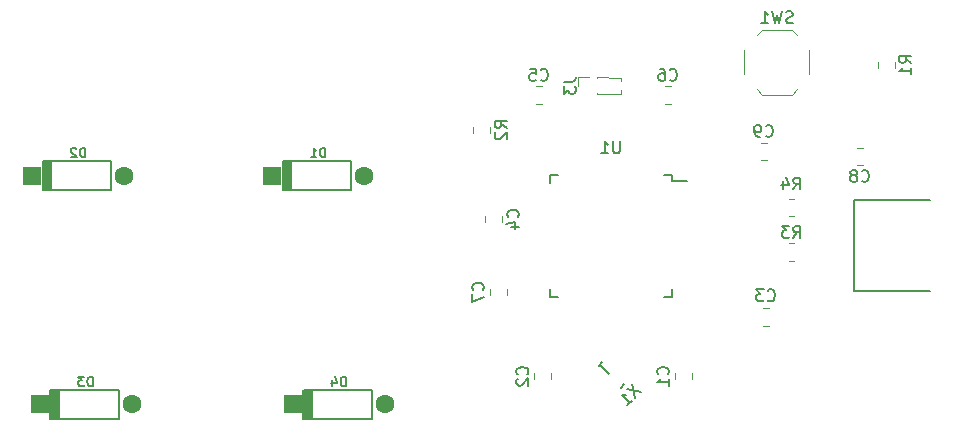
<source format=gbr>
%TF.GenerationSoftware,KiCad,Pcbnew,7.0.1*%
%TF.CreationDate,2023-04-28T17:46:53+02:00*%
%TF.ProjectId,4_switch_pcb,345f7377-6974-4636-985f-7063622e6b69,rev?*%
%TF.SameCoordinates,Original*%
%TF.FileFunction,Legend,Bot*%
%TF.FilePolarity,Positive*%
%FSLAX46Y46*%
G04 Gerber Fmt 4.6, Leading zero omitted, Abs format (unit mm)*
G04 Created by KiCad (PCBNEW 7.0.1) date 2023-04-28 17:46:53*
%MOMM*%
%LPD*%
G01*
G04 APERTURE LIST*
%ADD10C,0.150000*%
%ADD11C,0.200000*%
%ADD12C,0.120000*%
%ADD13R,1.600000X1.600000*%
%ADD14C,1.600000*%
G04 APERTURE END LIST*
D10*
%TO.C,D3*%
X118077975Y-88932595D02*
X118077975Y-88132595D01*
X118077975Y-88132595D02*
X117887499Y-88132595D01*
X117887499Y-88132595D02*
X117773213Y-88170690D01*
X117773213Y-88170690D02*
X117697023Y-88246880D01*
X117697023Y-88246880D02*
X117658928Y-88323071D01*
X117658928Y-88323071D02*
X117620832Y-88475452D01*
X117620832Y-88475452D02*
X117620832Y-88589738D01*
X117620832Y-88589738D02*
X117658928Y-88742119D01*
X117658928Y-88742119D02*
X117697023Y-88818309D01*
X117697023Y-88818309D02*
X117773213Y-88894500D01*
X117773213Y-88894500D02*
X117887499Y-88932595D01*
X117887499Y-88932595D02*
X118077975Y-88932595D01*
X117354166Y-88132595D02*
X116858928Y-88132595D01*
X116858928Y-88132595D02*
X117125594Y-88437357D01*
X117125594Y-88437357D02*
X117011309Y-88437357D01*
X117011309Y-88437357D02*
X116935118Y-88475452D01*
X116935118Y-88475452D02*
X116897023Y-88513547D01*
X116897023Y-88513547D02*
X116858928Y-88589738D01*
X116858928Y-88589738D02*
X116858928Y-88780214D01*
X116858928Y-88780214D02*
X116897023Y-88856404D01*
X116897023Y-88856404D02*
X116935118Y-88894500D01*
X116935118Y-88894500D02*
X117011309Y-88932595D01*
X117011309Y-88932595D02*
X117239880Y-88932595D01*
X117239880Y-88932595D02*
X117316071Y-88894500D01*
X117316071Y-88894500D02*
X117354166Y-88856404D01*
%TO.C,D2*%
X117430475Y-69565095D02*
X117430475Y-68765095D01*
X117430475Y-68765095D02*
X117239999Y-68765095D01*
X117239999Y-68765095D02*
X117125713Y-68803190D01*
X117125713Y-68803190D02*
X117049523Y-68879380D01*
X117049523Y-68879380D02*
X117011428Y-68955571D01*
X117011428Y-68955571D02*
X116973332Y-69107952D01*
X116973332Y-69107952D02*
X116973332Y-69222238D01*
X116973332Y-69222238D02*
X117011428Y-69374619D01*
X117011428Y-69374619D02*
X117049523Y-69450809D01*
X117049523Y-69450809D02*
X117125713Y-69527000D01*
X117125713Y-69527000D02*
X117239999Y-69565095D01*
X117239999Y-69565095D02*
X117430475Y-69565095D01*
X116668571Y-68841285D02*
X116630475Y-68803190D01*
X116630475Y-68803190D02*
X116554285Y-68765095D01*
X116554285Y-68765095D02*
X116363809Y-68765095D01*
X116363809Y-68765095D02*
X116287618Y-68803190D01*
X116287618Y-68803190D02*
X116249523Y-68841285D01*
X116249523Y-68841285D02*
X116211428Y-68917476D01*
X116211428Y-68917476D02*
X116211428Y-68993666D01*
X116211428Y-68993666D02*
X116249523Y-69107952D01*
X116249523Y-69107952D02*
X116706666Y-69565095D01*
X116706666Y-69565095D02*
X116211428Y-69565095D01*
%TO.C,R2*%
X153112619Y-67083333D02*
X152636428Y-66750000D01*
X153112619Y-66511905D02*
X152112619Y-66511905D01*
X152112619Y-66511905D02*
X152112619Y-66892857D01*
X152112619Y-66892857D02*
X152160238Y-66988095D01*
X152160238Y-66988095D02*
X152207857Y-67035714D01*
X152207857Y-67035714D02*
X152303095Y-67083333D01*
X152303095Y-67083333D02*
X152445952Y-67083333D01*
X152445952Y-67083333D02*
X152541190Y-67035714D01*
X152541190Y-67035714D02*
X152588809Y-66988095D01*
X152588809Y-66988095D02*
X152636428Y-66892857D01*
X152636428Y-66892857D02*
X152636428Y-66511905D01*
X152207857Y-67464286D02*
X152160238Y-67511905D01*
X152160238Y-67511905D02*
X152112619Y-67607143D01*
X152112619Y-67607143D02*
X152112619Y-67845238D01*
X152112619Y-67845238D02*
X152160238Y-67940476D01*
X152160238Y-67940476D02*
X152207857Y-67988095D01*
X152207857Y-67988095D02*
X152303095Y-68035714D01*
X152303095Y-68035714D02*
X152398333Y-68035714D01*
X152398333Y-68035714D02*
X152541190Y-67988095D01*
X152541190Y-67988095D02*
X153112619Y-67416667D01*
X153112619Y-67416667D02*
X153112619Y-68035714D01*
%TO.C,C8*%
X183166666Y-71547380D02*
X183214285Y-71595000D01*
X183214285Y-71595000D02*
X183357142Y-71642619D01*
X183357142Y-71642619D02*
X183452380Y-71642619D01*
X183452380Y-71642619D02*
X183595237Y-71595000D01*
X183595237Y-71595000D02*
X183690475Y-71499761D01*
X183690475Y-71499761D02*
X183738094Y-71404523D01*
X183738094Y-71404523D02*
X183785713Y-71214047D01*
X183785713Y-71214047D02*
X183785713Y-71071190D01*
X183785713Y-71071190D02*
X183738094Y-70880714D01*
X183738094Y-70880714D02*
X183690475Y-70785476D01*
X183690475Y-70785476D02*
X183595237Y-70690238D01*
X183595237Y-70690238D02*
X183452380Y-70642619D01*
X183452380Y-70642619D02*
X183357142Y-70642619D01*
X183357142Y-70642619D02*
X183214285Y-70690238D01*
X183214285Y-70690238D02*
X183166666Y-70737857D01*
X182595237Y-71071190D02*
X182690475Y-71023571D01*
X182690475Y-71023571D02*
X182738094Y-70975952D01*
X182738094Y-70975952D02*
X182785713Y-70880714D01*
X182785713Y-70880714D02*
X182785713Y-70833095D01*
X182785713Y-70833095D02*
X182738094Y-70737857D01*
X182738094Y-70737857D02*
X182690475Y-70690238D01*
X182690475Y-70690238D02*
X182595237Y-70642619D01*
X182595237Y-70642619D02*
X182404761Y-70642619D01*
X182404761Y-70642619D02*
X182309523Y-70690238D01*
X182309523Y-70690238D02*
X182261904Y-70737857D01*
X182261904Y-70737857D02*
X182214285Y-70833095D01*
X182214285Y-70833095D02*
X182214285Y-70880714D01*
X182214285Y-70880714D02*
X182261904Y-70975952D01*
X182261904Y-70975952D02*
X182309523Y-71023571D01*
X182309523Y-71023571D02*
X182404761Y-71071190D01*
X182404761Y-71071190D02*
X182595237Y-71071190D01*
X182595237Y-71071190D02*
X182690475Y-71118809D01*
X182690475Y-71118809D02*
X182738094Y-71166428D01*
X182738094Y-71166428D02*
X182785713Y-71261666D01*
X182785713Y-71261666D02*
X182785713Y-71452142D01*
X182785713Y-71452142D02*
X182738094Y-71547380D01*
X182738094Y-71547380D02*
X182690475Y-71595000D01*
X182690475Y-71595000D02*
X182595237Y-71642619D01*
X182595237Y-71642619D02*
X182404761Y-71642619D01*
X182404761Y-71642619D02*
X182309523Y-71595000D01*
X182309523Y-71595000D02*
X182261904Y-71547380D01*
X182261904Y-71547380D02*
X182214285Y-71452142D01*
X182214285Y-71452142D02*
X182214285Y-71261666D01*
X182214285Y-71261666D02*
X182261904Y-71166428D01*
X182261904Y-71166428D02*
X182309523Y-71118809D01*
X182309523Y-71118809D02*
X182404761Y-71071190D01*
%TO.C,C9*%
X175035416Y-67743630D02*
X175083035Y-67791250D01*
X175083035Y-67791250D02*
X175225892Y-67838869D01*
X175225892Y-67838869D02*
X175321130Y-67838869D01*
X175321130Y-67838869D02*
X175463987Y-67791250D01*
X175463987Y-67791250D02*
X175559225Y-67696011D01*
X175559225Y-67696011D02*
X175606844Y-67600773D01*
X175606844Y-67600773D02*
X175654463Y-67410297D01*
X175654463Y-67410297D02*
X175654463Y-67267440D01*
X175654463Y-67267440D02*
X175606844Y-67076964D01*
X175606844Y-67076964D02*
X175559225Y-66981726D01*
X175559225Y-66981726D02*
X175463987Y-66886488D01*
X175463987Y-66886488D02*
X175321130Y-66838869D01*
X175321130Y-66838869D02*
X175225892Y-66838869D01*
X175225892Y-66838869D02*
X175083035Y-66886488D01*
X175083035Y-66886488D02*
X175035416Y-66934107D01*
X174559225Y-67838869D02*
X174368749Y-67838869D01*
X174368749Y-67838869D02*
X174273511Y-67791250D01*
X174273511Y-67791250D02*
X174225892Y-67743630D01*
X174225892Y-67743630D02*
X174130654Y-67600773D01*
X174130654Y-67600773D02*
X174083035Y-67410297D01*
X174083035Y-67410297D02*
X174083035Y-67029345D01*
X174083035Y-67029345D02*
X174130654Y-66934107D01*
X174130654Y-66934107D02*
X174178273Y-66886488D01*
X174178273Y-66886488D02*
X174273511Y-66838869D01*
X174273511Y-66838869D02*
X174463987Y-66838869D01*
X174463987Y-66838869D02*
X174559225Y-66886488D01*
X174559225Y-66886488D02*
X174606844Y-66934107D01*
X174606844Y-66934107D02*
X174654463Y-67029345D01*
X174654463Y-67029345D02*
X174654463Y-67267440D01*
X174654463Y-67267440D02*
X174606844Y-67362678D01*
X174606844Y-67362678D02*
X174559225Y-67410297D01*
X174559225Y-67410297D02*
X174463987Y-67457916D01*
X174463987Y-67457916D02*
X174273511Y-67457916D01*
X174273511Y-67457916D02*
X174178273Y-67410297D01*
X174178273Y-67410297D02*
X174130654Y-67362678D01*
X174130654Y-67362678D02*
X174083035Y-67267440D01*
%TO.C,X1*%
X163748069Y-88744650D02*
X163983771Y-89923161D01*
X163276664Y-89216054D02*
X164455175Y-89451757D01*
X163344008Y-90562925D02*
X163748069Y-90158864D01*
X163546038Y-90360894D02*
X162838931Y-89653787D01*
X162838931Y-89653787D02*
X163007290Y-89687459D01*
X163007290Y-89687459D02*
X163141977Y-89687459D01*
X163141977Y-89687459D02*
X163242992Y-89653787D01*
%TO.C,U1*%
X162686904Y-68212619D02*
X162686904Y-69022142D01*
X162686904Y-69022142D02*
X162639285Y-69117380D01*
X162639285Y-69117380D02*
X162591666Y-69165000D01*
X162591666Y-69165000D02*
X162496428Y-69212619D01*
X162496428Y-69212619D02*
X162305952Y-69212619D01*
X162305952Y-69212619D02*
X162210714Y-69165000D01*
X162210714Y-69165000D02*
X162163095Y-69117380D01*
X162163095Y-69117380D02*
X162115476Y-69022142D01*
X162115476Y-69022142D02*
X162115476Y-68212619D01*
X161115476Y-69212619D02*
X161686904Y-69212619D01*
X161401190Y-69212619D02*
X161401190Y-68212619D01*
X161401190Y-68212619D02*
X161496428Y-68355476D01*
X161496428Y-68355476D02*
X161591666Y-68450714D01*
X161591666Y-68450714D02*
X161686904Y-68498333D01*
%TO.C,C6*%
X166916666Y-62981130D02*
X166964285Y-63028750D01*
X166964285Y-63028750D02*
X167107142Y-63076369D01*
X167107142Y-63076369D02*
X167202380Y-63076369D01*
X167202380Y-63076369D02*
X167345237Y-63028750D01*
X167345237Y-63028750D02*
X167440475Y-62933511D01*
X167440475Y-62933511D02*
X167488094Y-62838273D01*
X167488094Y-62838273D02*
X167535713Y-62647797D01*
X167535713Y-62647797D02*
X167535713Y-62504940D01*
X167535713Y-62504940D02*
X167488094Y-62314464D01*
X167488094Y-62314464D02*
X167440475Y-62219226D01*
X167440475Y-62219226D02*
X167345237Y-62123988D01*
X167345237Y-62123988D02*
X167202380Y-62076369D01*
X167202380Y-62076369D02*
X167107142Y-62076369D01*
X167107142Y-62076369D02*
X166964285Y-62123988D01*
X166964285Y-62123988D02*
X166916666Y-62171607D01*
X166059523Y-62076369D02*
X166249999Y-62076369D01*
X166249999Y-62076369D02*
X166345237Y-62123988D01*
X166345237Y-62123988D02*
X166392856Y-62171607D01*
X166392856Y-62171607D02*
X166488094Y-62314464D01*
X166488094Y-62314464D02*
X166535713Y-62504940D01*
X166535713Y-62504940D02*
X166535713Y-62885892D01*
X166535713Y-62885892D02*
X166488094Y-62981130D01*
X166488094Y-62981130D02*
X166440475Y-63028750D01*
X166440475Y-63028750D02*
X166345237Y-63076369D01*
X166345237Y-63076369D02*
X166154761Y-63076369D01*
X166154761Y-63076369D02*
X166059523Y-63028750D01*
X166059523Y-63028750D02*
X166011904Y-62981130D01*
X166011904Y-62981130D02*
X165964285Y-62885892D01*
X165964285Y-62885892D02*
X165964285Y-62647797D01*
X165964285Y-62647797D02*
X166011904Y-62552559D01*
X166011904Y-62552559D02*
X166059523Y-62504940D01*
X166059523Y-62504940D02*
X166154761Y-62457321D01*
X166154761Y-62457321D02*
X166345237Y-62457321D01*
X166345237Y-62457321D02*
X166440475Y-62504940D01*
X166440475Y-62504940D02*
X166488094Y-62552559D01*
X166488094Y-62552559D02*
X166535713Y-62647797D01*
%TO.C,C1*%
X166756130Y-87939583D02*
X166803750Y-87891964D01*
X166803750Y-87891964D02*
X166851369Y-87749107D01*
X166851369Y-87749107D02*
X166851369Y-87653869D01*
X166851369Y-87653869D02*
X166803750Y-87511012D01*
X166803750Y-87511012D02*
X166708511Y-87415774D01*
X166708511Y-87415774D02*
X166613273Y-87368155D01*
X166613273Y-87368155D02*
X166422797Y-87320536D01*
X166422797Y-87320536D02*
X166279940Y-87320536D01*
X166279940Y-87320536D02*
X166089464Y-87368155D01*
X166089464Y-87368155D02*
X165994226Y-87415774D01*
X165994226Y-87415774D02*
X165898988Y-87511012D01*
X165898988Y-87511012D02*
X165851369Y-87653869D01*
X165851369Y-87653869D02*
X165851369Y-87749107D01*
X165851369Y-87749107D02*
X165898988Y-87891964D01*
X165898988Y-87891964D02*
X165946607Y-87939583D01*
X166851369Y-88891964D02*
X166851369Y-88320536D01*
X166851369Y-88606250D02*
X165851369Y-88606250D01*
X165851369Y-88606250D02*
X165994226Y-88511012D01*
X165994226Y-88511012D02*
X166089464Y-88415774D01*
X166089464Y-88415774D02*
X166137083Y-88320536D01*
%TO.C,R1*%
X187362619Y-61583333D02*
X186886428Y-61250000D01*
X187362619Y-61011905D02*
X186362619Y-61011905D01*
X186362619Y-61011905D02*
X186362619Y-61392857D01*
X186362619Y-61392857D02*
X186410238Y-61488095D01*
X186410238Y-61488095D02*
X186457857Y-61535714D01*
X186457857Y-61535714D02*
X186553095Y-61583333D01*
X186553095Y-61583333D02*
X186695952Y-61583333D01*
X186695952Y-61583333D02*
X186791190Y-61535714D01*
X186791190Y-61535714D02*
X186838809Y-61488095D01*
X186838809Y-61488095D02*
X186886428Y-61392857D01*
X186886428Y-61392857D02*
X186886428Y-61011905D01*
X187362619Y-62535714D02*
X187362619Y-61964286D01*
X187362619Y-62250000D02*
X186362619Y-62250000D01*
X186362619Y-62250000D02*
X186505476Y-62154762D01*
X186505476Y-62154762D02*
X186600714Y-62059524D01*
X186600714Y-62059524D02*
X186648333Y-61964286D01*
%TO.C,SW1*%
X177333332Y-58165000D02*
X177190475Y-58212619D01*
X177190475Y-58212619D02*
X176952380Y-58212619D01*
X176952380Y-58212619D02*
X176857142Y-58165000D01*
X176857142Y-58165000D02*
X176809523Y-58117380D01*
X176809523Y-58117380D02*
X176761904Y-58022142D01*
X176761904Y-58022142D02*
X176761904Y-57926904D01*
X176761904Y-57926904D02*
X176809523Y-57831666D01*
X176809523Y-57831666D02*
X176857142Y-57784047D01*
X176857142Y-57784047D02*
X176952380Y-57736428D01*
X176952380Y-57736428D02*
X177142856Y-57688809D01*
X177142856Y-57688809D02*
X177238094Y-57641190D01*
X177238094Y-57641190D02*
X177285713Y-57593571D01*
X177285713Y-57593571D02*
X177333332Y-57498333D01*
X177333332Y-57498333D02*
X177333332Y-57403095D01*
X177333332Y-57403095D02*
X177285713Y-57307857D01*
X177285713Y-57307857D02*
X177238094Y-57260238D01*
X177238094Y-57260238D02*
X177142856Y-57212619D01*
X177142856Y-57212619D02*
X176904761Y-57212619D01*
X176904761Y-57212619D02*
X176761904Y-57260238D01*
X176428570Y-57212619D02*
X176190475Y-58212619D01*
X176190475Y-58212619D02*
X175999999Y-57498333D01*
X175999999Y-57498333D02*
X175809523Y-58212619D01*
X175809523Y-58212619D02*
X175571428Y-57212619D01*
X174666666Y-58212619D02*
X175238094Y-58212619D01*
X174952380Y-58212619D02*
X174952380Y-57212619D01*
X174952380Y-57212619D02*
X175047618Y-57355476D01*
X175047618Y-57355476D02*
X175142856Y-57450714D01*
X175142856Y-57450714D02*
X175238094Y-57498333D01*
%TO.C,C2*%
X154849880Y-87939583D02*
X154897500Y-87891964D01*
X154897500Y-87891964D02*
X154945119Y-87749107D01*
X154945119Y-87749107D02*
X154945119Y-87653869D01*
X154945119Y-87653869D02*
X154897500Y-87511012D01*
X154897500Y-87511012D02*
X154802261Y-87415774D01*
X154802261Y-87415774D02*
X154707023Y-87368155D01*
X154707023Y-87368155D02*
X154516547Y-87320536D01*
X154516547Y-87320536D02*
X154373690Y-87320536D01*
X154373690Y-87320536D02*
X154183214Y-87368155D01*
X154183214Y-87368155D02*
X154087976Y-87415774D01*
X154087976Y-87415774D02*
X153992738Y-87511012D01*
X153992738Y-87511012D02*
X153945119Y-87653869D01*
X153945119Y-87653869D02*
X153945119Y-87749107D01*
X153945119Y-87749107D02*
X153992738Y-87891964D01*
X153992738Y-87891964D02*
X154040357Y-87939583D01*
X154040357Y-88320536D02*
X153992738Y-88368155D01*
X153992738Y-88368155D02*
X153945119Y-88463393D01*
X153945119Y-88463393D02*
X153945119Y-88701488D01*
X153945119Y-88701488D02*
X153992738Y-88796726D01*
X153992738Y-88796726D02*
X154040357Y-88844345D01*
X154040357Y-88844345D02*
X154135595Y-88891964D01*
X154135595Y-88891964D02*
X154230833Y-88891964D01*
X154230833Y-88891964D02*
X154373690Y-88844345D01*
X154373690Y-88844345D02*
X154945119Y-88272917D01*
X154945119Y-88272917D02*
X154945119Y-88891964D01*
%TO.C,R4*%
X177379166Y-72281369D02*
X177712499Y-71805178D01*
X177950594Y-72281369D02*
X177950594Y-71281369D01*
X177950594Y-71281369D02*
X177569642Y-71281369D01*
X177569642Y-71281369D02*
X177474404Y-71328988D01*
X177474404Y-71328988D02*
X177426785Y-71376607D01*
X177426785Y-71376607D02*
X177379166Y-71471845D01*
X177379166Y-71471845D02*
X177379166Y-71614702D01*
X177379166Y-71614702D02*
X177426785Y-71709940D01*
X177426785Y-71709940D02*
X177474404Y-71757559D01*
X177474404Y-71757559D02*
X177569642Y-71805178D01*
X177569642Y-71805178D02*
X177950594Y-71805178D01*
X176522023Y-71614702D02*
X176522023Y-72281369D01*
X176760118Y-71233750D02*
X176998213Y-71948035D01*
X176998213Y-71948035D02*
X176379166Y-71948035D01*
%TO.C,C3*%
X175210416Y-81654880D02*
X175258035Y-81702500D01*
X175258035Y-81702500D02*
X175400892Y-81750119D01*
X175400892Y-81750119D02*
X175496130Y-81750119D01*
X175496130Y-81750119D02*
X175638987Y-81702500D01*
X175638987Y-81702500D02*
X175734225Y-81607261D01*
X175734225Y-81607261D02*
X175781844Y-81512023D01*
X175781844Y-81512023D02*
X175829463Y-81321547D01*
X175829463Y-81321547D02*
X175829463Y-81178690D01*
X175829463Y-81178690D02*
X175781844Y-80988214D01*
X175781844Y-80988214D02*
X175734225Y-80892976D01*
X175734225Y-80892976D02*
X175638987Y-80797738D01*
X175638987Y-80797738D02*
X175496130Y-80750119D01*
X175496130Y-80750119D02*
X175400892Y-80750119D01*
X175400892Y-80750119D02*
X175258035Y-80797738D01*
X175258035Y-80797738D02*
X175210416Y-80845357D01*
X174877082Y-80750119D02*
X174258035Y-80750119D01*
X174258035Y-80750119D02*
X174591368Y-81131071D01*
X174591368Y-81131071D02*
X174448511Y-81131071D01*
X174448511Y-81131071D02*
X174353273Y-81178690D01*
X174353273Y-81178690D02*
X174305654Y-81226309D01*
X174305654Y-81226309D02*
X174258035Y-81321547D01*
X174258035Y-81321547D02*
X174258035Y-81559642D01*
X174258035Y-81559642D02*
X174305654Y-81654880D01*
X174305654Y-81654880D02*
X174353273Y-81702500D01*
X174353273Y-81702500D02*
X174448511Y-81750119D01*
X174448511Y-81750119D02*
X174734225Y-81750119D01*
X174734225Y-81750119D02*
X174829463Y-81702500D01*
X174829463Y-81702500D02*
X174877082Y-81654880D01*
%TO.C,D4*%
X139509225Y-88932595D02*
X139509225Y-88132595D01*
X139509225Y-88132595D02*
X139318749Y-88132595D01*
X139318749Y-88132595D02*
X139204463Y-88170690D01*
X139204463Y-88170690D02*
X139128273Y-88246880D01*
X139128273Y-88246880D02*
X139090178Y-88323071D01*
X139090178Y-88323071D02*
X139052082Y-88475452D01*
X139052082Y-88475452D02*
X139052082Y-88589738D01*
X139052082Y-88589738D02*
X139090178Y-88742119D01*
X139090178Y-88742119D02*
X139128273Y-88818309D01*
X139128273Y-88818309D02*
X139204463Y-88894500D01*
X139204463Y-88894500D02*
X139318749Y-88932595D01*
X139318749Y-88932595D02*
X139509225Y-88932595D01*
X138366368Y-88399261D02*
X138366368Y-88932595D01*
X138556844Y-88094500D02*
X138747321Y-88665928D01*
X138747321Y-88665928D02*
X138252082Y-88665928D01*
%TO.C,J3*%
X157954619Y-63166666D02*
X158668904Y-63166666D01*
X158668904Y-63166666D02*
X158811761Y-63119047D01*
X158811761Y-63119047D02*
X158907000Y-63023809D01*
X158907000Y-63023809D02*
X158954619Y-62880952D01*
X158954619Y-62880952D02*
X158954619Y-62785714D01*
X157954619Y-63547619D02*
X157954619Y-64166666D01*
X157954619Y-64166666D02*
X158335571Y-63833333D01*
X158335571Y-63833333D02*
X158335571Y-63976190D01*
X158335571Y-63976190D02*
X158383190Y-64071428D01*
X158383190Y-64071428D02*
X158430809Y-64119047D01*
X158430809Y-64119047D02*
X158526047Y-64166666D01*
X158526047Y-64166666D02*
X158764142Y-64166666D01*
X158764142Y-64166666D02*
X158859380Y-64119047D01*
X158859380Y-64119047D02*
X158907000Y-64071428D01*
X158907000Y-64071428D02*
X158954619Y-63976190D01*
X158954619Y-63976190D02*
X158954619Y-63690476D01*
X158954619Y-63690476D02*
X158907000Y-63595238D01*
X158907000Y-63595238D02*
X158859380Y-63547619D01*
%TO.C,R3*%
X177379166Y-76381369D02*
X177712499Y-75905178D01*
X177950594Y-76381369D02*
X177950594Y-75381369D01*
X177950594Y-75381369D02*
X177569642Y-75381369D01*
X177569642Y-75381369D02*
X177474404Y-75428988D01*
X177474404Y-75428988D02*
X177426785Y-75476607D01*
X177426785Y-75476607D02*
X177379166Y-75571845D01*
X177379166Y-75571845D02*
X177379166Y-75714702D01*
X177379166Y-75714702D02*
X177426785Y-75809940D01*
X177426785Y-75809940D02*
X177474404Y-75857559D01*
X177474404Y-75857559D02*
X177569642Y-75905178D01*
X177569642Y-75905178D02*
X177950594Y-75905178D01*
X177045832Y-75381369D02*
X176426785Y-75381369D01*
X176426785Y-75381369D02*
X176760118Y-75762321D01*
X176760118Y-75762321D02*
X176617261Y-75762321D01*
X176617261Y-75762321D02*
X176522023Y-75809940D01*
X176522023Y-75809940D02*
X176474404Y-75857559D01*
X176474404Y-75857559D02*
X176426785Y-75952797D01*
X176426785Y-75952797D02*
X176426785Y-76190892D01*
X176426785Y-76190892D02*
X176474404Y-76286130D01*
X176474404Y-76286130D02*
X176522023Y-76333750D01*
X176522023Y-76333750D02*
X176617261Y-76381369D01*
X176617261Y-76381369D02*
X176902975Y-76381369D01*
X176902975Y-76381369D02*
X176998213Y-76333750D01*
X176998213Y-76333750D02*
X177045832Y-76286130D01*
%TO.C,C7*%
X151087380Y-80795833D02*
X151135000Y-80748214D01*
X151135000Y-80748214D02*
X151182619Y-80605357D01*
X151182619Y-80605357D02*
X151182619Y-80510119D01*
X151182619Y-80510119D02*
X151135000Y-80367262D01*
X151135000Y-80367262D02*
X151039761Y-80272024D01*
X151039761Y-80272024D02*
X150944523Y-80224405D01*
X150944523Y-80224405D02*
X150754047Y-80176786D01*
X150754047Y-80176786D02*
X150611190Y-80176786D01*
X150611190Y-80176786D02*
X150420714Y-80224405D01*
X150420714Y-80224405D02*
X150325476Y-80272024D01*
X150325476Y-80272024D02*
X150230238Y-80367262D01*
X150230238Y-80367262D02*
X150182619Y-80510119D01*
X150182619Y-80510119D02*
X150182619Y-80605357D01*
X150182619Y-80605357D02*
X150230238Y-80748214D01*
X150230238Y-80748214D02*
X150277857Y-80795833D01*
X150182619Y-81129167D02*
X150182619Y-81795833D01*
X150182619Y-81795833D02*
X151182619Y-81367262D01*
%TO.C,C4*%
X154047380Y-74620833D02*
X154095000Y-74573214D01*
X154095000Y-74573214D02*
X154142619Y-74430357D01*
X154142619Y-74430357D02*
X154142619Y-74335119D01*
X154142619Y-74335119D02*
X154095000Y-74192262D01*
X154095000Y-74192262D02*
X153999761Y-74097024D01*
X153999761Y-74097024D02*
X153904523Y-74049405D01*
X153904523Y-74049405D02*
X153714047Y-74001786D01*
X153714047Y-74001786D02*
X153571190Y-74001786D01*
X153571190Y-74001786D02*
X153380714Y-74049405D01*
X153380714Y-74049405D02*
X153285476Y-74097024D01*
X153285476Y-74097024D02*
X153190238Y-74192262D01*
X153190238Y-74192262D02*
X153142619Y-74335119D01*
X153142619Y-74335119D02*
X153142619Y-74430357D01*
X153142619Y-74430357D02*
X153190238Y-74573214D01*
X153190238Y-74573214D02*
X153237857Y-74620833D01*
X153475952Y-75477976D02*
X154142619Y-75477976D01*
X153095000Y-75239881D02*
X153809285Y-75001786D01*
X153809285Y-75001786D02*
X153809285Y-75620833D01*
%TO.C,C5*%
X155985416Y-62981130D02*
X156033035Y-63028750D01*
X156033035Y-63028750D02*
X156175892Y-63076369D01*
X156175892Y-63076369D02*
X156271130Y-63076369D01*
X156271130Y-63076369D02*
X156413987Y-63028750D01*
X156413987Y-63028750D02*
X156509225Y-62933511D01*
X156509225Y-62933511D02*
X156556844Y-62838273D01*
X156556844Y-62838273D02*
X156604463Y-62647797D01*
X156604463Y-62647797D02*
X156604463Y-62504940D01*
X156604463Y-62504940D02*
X156556844Y-62314464D01*
X156556844Y-62314464D02*
X156509225Y-62219226D01*
X156509225Y-62219226D02*
X156413987Y-62123988D01*
X156413987Y-62123988D02*
X156271130Y-62076369D01*
X156271130Y-62076369D02*
X156175892Y-62076369D01*
X156175892Y-62076369D02*
X156033035Y-62123988D01*
X156033035Y-62123988D02*
X155985416Y-62171607D01*
X155080654Y-62076369D02*
X155556844Y-62076369D01*
X155556844Y-62076369D02*
X155604463Y-62552559D01*
X155604463Y-62552559D02*
X155556844Y-62504940D01*
X155556844Y-62504940D02*
X155461606Y-62457321D01*
X155461606Y-62457321D02*
X155223511Y-62457321D01*
X155223511Y-62457321D02*
X155128273Y-62504940D01*
X155128273Y-62504940D02*
X155080654Y-62552559D01*
X155080654Y-62552559D02*
X155033035Y-62647797D01*
X155033035Y-62647797D02*
X155033035Y-62885892D01*
X155033035Y-62885892D02*
X155080654Y-62981130D01*
X155080654Y-62981130D02*
X155128273Y-63028750D01*
X155128273Y-63028750D02*
X155223511Y-63076369D01*
X155223511Y-63076369D02*
X155461606Y-63076369D01*
X155461606Y-63076369D02*
X155556844Y-63028750D01*
X155556844Y-63028750D02*
X155604463Y-62981130D01*
%TO.C,D1*%
X137750475Y-69565095D02*
X137750475Y-68765095D01*
X137750475Y-68765095D02*
X137559999Y-68765095D01*
X137559999Y-68765095D02*
X137445713Y-68803190D01*
X137445713Y-68803190D02*
X137369523Y-68879380D01*
X137369523Y-68879380D02*
X137331428Y-68955571D01*
X137331428Y-68955571D02*
X137293332Y-69107952D01*
X137293332Y-69107952D02*
X137293332Y-69222238D01*
X137293332Y-69222238D02*
X137331428Y-69374619D01*
X137331428Y-69374619D02*
X137369523Y-69450809D01*
X137369523Y-69450809D02*
X137445713Y-69527000D01*
X137445713Y-69527000D02*
X137559999Y-69565095D01*
X137559999Y-69565095D02*
X137750475Y-69565095D01*
X136531428Y-69565095D02*
X136988571Y-69565095D01*
X136759999Y-69565095D02*
X136759999Y-68765095D01*
X136759999Y-68765095D02*
X136836190Y-68879380D01*
X136836190Y-68879380D02*
X136912380Y-68955571D01*
X136912380Y-68955571D02*
X136988571Y-68993666D01*
D11*
%TO.C,D3*%
X114462500Y-89287500D02*
X114462500Y-91687500D01*
X114487500Y-91687500D02*
X120287500Y-91687500D01*
X114562500Y-91687500D02*
X114562500Y-89287500D01*
X114687500Y-91687500D02*
X114687500Y-89287500D01*
X114862500Y-91687500D02*
X114862500Y-89287500D01*
X115037500Y-91687500D02*
X115037500Y-89287500D01*
X115212500Y-91687500D02*
X115212500Y-89287500D01*
X120287500Y-89287500D02*
X114487500Y-89287500D01*
X120287500Y-91687500D02*
X120287500Y-89287500D01*
%TO.C,D2*%
X113815000Y-69920000D02*
X113815000Y-72320000D01*
X113840000Y-72320000D02*
X119640000Y-72320000D01*
X113915000Y-72320000D02*
X113915000Y-69920000D01*
X114040000Y-72320000D02*
X114040000Y-69920000D01*
X114215000Y-72320000D02*
X114215000Y-69920000D01*
X114390000Y-72320000D02*
X114390000Y-69920000D01*
X114565000Y-72320000D02*
X114565000Y-69920000D01*
X119640000Y-69920000D02*
X113840000Y-69920000D01*
X119640000Y-72320000D02*
X119640000Y-69920000D01*
D12*
%TO.C,R2*%
X150265000Y-67477064D02*
X150265000Y-67022936D01*
X151735000Y-67477064D02*
X151735000Y-67022936D01*
%TO.C,C8*%
X182738748Y-68765000D02*
X183261252Y-68765000D01*
X182738748Y-70235000D02*
X183261252Y-70235000D01*
%TO.C,C9*%
X175130002Y-69791250D02*
X174607498Y-69791250D01*
X175130002Y-68321250D02*
X174607498Y-68321250D01*
D10*
%TO.C,X1*%
X160939340Y-87222183D02*
X161222183Y-86939340D01*
X162777817Y-89060660D02*
X163060660Y-88777817D01*
X161080761Y-87222183D02*
X161787868Y-87929289D01*
%TO.C,U1*%
X167100000Y-81375000D02*
X167100000Y-80700000D01*
X167100000Y-81375000D02*
X166425000Y-81375000D01*
X167100000Y-71600000D02*
X168375000Y-71600000D01*
X167100000Y-71025000D02*
X167100000Y-71600000D01*
X167100000Y-71025000D02*
X166425000Y-71025000D01*
X156750000Y-81375000D02*
X157425000Y-81375000D01*
X156750000Y-81375000D02*
X156750000Y-80700000D01*
X156750000Y-71025000D02*
X157425000Y-71025000D01*
X156750000Y-71025000D02*
X156750000Y-71700000D01*
D12*
%TO.C,C6*%
X167011252Y-65028750D02*
X166488748Y-65028750D01*
X167011252Y-63558750D02*
X166488748Y-63558750D01*
%TO.C,C1*%
X168803750Y-87844998D02*
X168803750Y-88367502D01*
X167333750Y-87844998D02*
X167333750Y-88367502D01*
%TO.C,R1*%
X184515000Y-61977064D02*
X184515000Y-61522936D01*
X185985000Y-61977064D02*
X185985000Y-61522936D01*
D11*
%TO.C,J1*%
X182480000Y-73150000D02*
X188980000Y-73150000D01*
X182480000Y-73150000D02*
X182480000Y-80850000D01*
X182480000Y-80850000D02*
X188980000Y-80850000D01*
D12*
%TO.C,SW1*%
X178750000Y-60500000D02*
X178750000Y-62500000D01*
X177700000Y-63800000D02*
X177250000Y-64250000D01*
X177700000Y-59200000D02*
X177250000Y-58750000D01*
X177250000Y-64250000D02*
X174750000Y-64250000D01*
X177250000Y-58750000D02*
X174750000Y-58750000D01*
X174300000Y-63800000D02*
X174750000Y-64250000D01*
X174300000Y-59200000D02*
X174750000Y-58750000D01*
X173250000Y-60500000D02*
X173250000Y-62500000D01*
%TO.C,C2*%
X156897500Y-87844998D02*
X156897500Y-88367502D01*
X155427500Y-87844998D02*
X155427500Y-88367502D01*
%TO.C,R4*%
X177439564Y-74553750D02*
X176985436Y-74553750D01*
X177439564Y-73083750D02*
X176985436Y-73083750D01*
%TO.C,C3*%
X175305002Y-83816250D02*
X174782498Y-83816250D01*
X175305002Y-82346250D02*
X174782498Y-82346250D01*
D11*
%TO.C,D4*%
X135893750Y-89287500D02*
X135893750Y-91687500D01*
X135918750Y-91687500D02*
X141718750Y-91687500D01*
X135993750Y-91687500D02*
X135993750Y-89287500D01*
X136118750Y-91687500D02*
X136118750Y-89287500D01*
X136293750Y-91687500D02*
X136293750Y-89287500D01*
X136468750Y-91687500D02*
X136468750Y-89287500D01*
X136643750Y-91687500D02*
X136643750Y-89287500D01*
X141718750Y-89287500D02*
X135918750Y-89287500D01*
X141718750Y-91687500D02*
X141718750Y-89287500D01*
D12*
%TO.C,J3*%
X159182000Y-62802500D02*
X159182000Y-63497500D01*
X160737000Y-62805000D02*
X162832000Y-62809747D01*
X160737000Y-62805000D02*
X160737000Y-62891724D01*
X160052000Y-62805000D02*
X159182000Y-62802500D01*
X162832000Y-62809747D02*
X162832000Y-63110254D01*
X162832000Y-63899493D02*
X162832000Y-64200000D01*
X160737000Y-64108276D02*
X160737000Y-64195000D01*
X160737000Y-64195000D02*
X162832000Y-64200000D01*
%TO.C,R3*%
X177439564Y-78303750D02*
X176985436Y-78303750D01*
X177439564Y-76833750D02*
X176985436Y-76833750D01*
%TO.C,C7*%
X153135000Y-80701248D02*
X153135000Y-81223752D01*
X151665000Y-80701248D02*
X151665000Y-81223752D01*
%TO.C,C4*%
X151265000Y-75048752D02*
X151265000Y-74526248D01*
X152735000Y-75048752D02*
X152735000Y-74526248D01*
%TO.C,C5*%
X156080002Y-65028750D02*
X155557498Y-65028750D01*
X156080002Y-63558750D02*
X155557498Y-63558750D01*
D11*
%TO.C,D1*%
X134135000Y-69920000D02*
X134135000Y-72320000D01*
X134160000Y-72320000D02*
X139960000Y-72320000D01*
X134235000Y-72320000D02*
X134235000Y-69920000D01*
X134360000Y-72320000D02*
X134360000Y-69920000D01*
X134535000Y-72320000D02*
X134535000Y-69920000D01*
X134710000Y-72320000D02*
X134710000Y-69920000D01*
X134885000Y-72320000D02*
X134885000Y-69920000D01*
X139960000Y-69920000D02*
X134160000Y-69920000D01*
X139960000Y-72320000D02*
X139960000Y-69920000D01*
%TD*%
D13*
%TO.C,D3*%
X113587500Y-90487500D03*
D14*
X121387500Y-90487500D03*
%TD*%
D13*
%TO.C,D2*%
X112940000Y-71120000D03*
D14*
X120740000Y-71120000D03*
%TD*%
D13*
%TO.C,D4*%
X135018750Y-90487500D03*
D14*
X142818750Y-90487500D03*
%TD*%
D13*
%TO.C,D1*%
X133260000Y-71120000D03*
D14*
X141060000Y-71120000D03*
%TD*%
M02*

</source>
